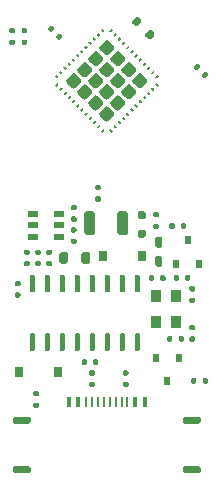
<source format=gtp>
G04 #@! TF.GenerationSoftware,KiCad,Pcbnew,5.1.6*
G04 #@! TF.CreationDate,2020-05-20T03:48:40+02:00*
G04 #@! TF.ProjectId,ESP32_Devkit_TypeC,45535033-325f-4446-9576-6b69745f5479,rev?*
G04 #@! TF.SameCoordinates,Original*
G04 #@! TF.FileFunction,Paste,Top*
G04 #@! TF.FilePolarity,Positive*
%FSLAX46Y46*%
G04 Gerber Fmt 4.6, Leading zero omitted, Abs format (unit mm)*
G04 Created by KiCad (PCBNEW 5.1.6) date 2020-05-20 03:48:40*
%MOMM*%
%LPD*%
G01*
G04 APERTURE LIST*
%ADD10R,0.684000X0.912000*%
%ADD11R,0.912000X1.064000*%
%ADD12R,0.805600X0.494000*%
%ADD13R,0.608000X0.684000*%
%ADD14R,0.456000X0.881600*%
%ADD15R,0.228000X0.881600*%
G04 APERTURE END LIST*
G36*
G01*
X106260800Y-102481100D02*
X106260800Y-102218900D01*
G75*
G02*
X106372900Y-102106800I112100J0D01*
G01*
X106597100Y-102106800D01*
G75*
G02*
X106709200Y-102218900I0J-112100D01*
G01*
X106709200Y-102481100D01*
G75*
G02*
X106597100Y-102593200I-112100J0D01*
G01*
X106372900Y-102593200D01*
G75*
G02*
X106260800Y-102481100I0J112100D01*
G01*
G37*
G36*
G01*
X105290800Y-102481100D02*
X105290800Y-102218900D01*
G75*
G02*
X105402900Y-102106800I112100J0D01*
G01*
X105627100Y-102106800D01*
G75*
G02*
X105739200Y-102218900I0J-112100D01*
G01*
X105739200Y-102481100D01*
G75*
G02*
X105627100Y-102593200I-112100J0D01*
G01*
X105402900Y-102593200D01*
G75*
G02*
X105290800Y-102481100I0J112100D01*
G01*
G37*
G36*
G01*
X99108900Y-99840800D02*
X99371100Y-99840800D01*
G75*
G02*
X99483200Y-99952900I0J-112100D01*
G01*
X99483200Y-100177100D01*
G75*
G02*
X99371100Y-100289200I-112100J0D01*
G01*
X99108900Y-100289200D01*
G75*
G02*
X98996800Y-100177100I0J112100D01*
G01*
X98996800Y-99952900D01*
G75*
G02*
X99108900Y-99840800I112100J0D01*
G01*
G37*
G36*
G01*
X99108900Y-98870800D02*
X99371100Y-98870800D01*
G75*
G02*
X99483200Y-98982900I0J-112100D01*
G01*
X99483200Y-99207100D01*
G75*
G02*
X99371100Y-99319200I-112100J0D01*
G01*
X99108900Y-99319200D01*
G75*
G02*
X98996800Y-99207100I0J112100D01*
G01*
X98996800Y-98982900D01*
G75*
G02*
X99108900Y-98870800I112100J0D01*
G01*
G37*
G36*
G01*
X108110800Y-115591100D02*
X108110800Y-115328900D01*
G75*
G02*
X108222900Y-115216800I112100J0D01*
G01*
X108447100Y-115216800D01*
G75*
G02*
X108559200Y-115328900I0J-112100D01*
G01*
X108559200Y-115591100D01*
G75*
G02*
X108447100Y-115703200I-112100J0D01*
G01*
X108222900Y-115703200D01*
G75*
G02*
X108110800Y-115591100I0J112100D01*
G01*
G37*
G36*
G01*
X107140800Y-115591100D02*
X107140800Y-115328900D01*
G75*
G02*
X107252900Y-115216800I112100J0D01*
G01*
X107477100Y-115216800D01*
G75*
G02*
X107589200Y-115328900I0J-112100D01*
G01*
X107589200Y-115591100D01*
G75*
G02*
X107477100Y-115703200I-112100J0D01*
G01*
X107252900Y-115703200D01*
G75*
G02*
X107140800Y-115591100I0J112100D01*
G01*
G37*
D10*
X95900000Y-114750000D03*
X92600000Y-114750000D03*
G36*
G01*
X104101573Y-90346422D02*
X104168748Y-90279247D01*
G75*
G02*
X104235924Y-90279247I33588J-33588D01*
G01*
X104383709Y-90427032D01*
G75*
G02*
X104383709Y-90494208I-33588J-33588D01*
G01*
X104316534Y-90561383D01*
G75*
G02*
X104249358Y-90561383I-33588J33588D01*
G01*
X104101573Y-90413598D01*
G75*
G02*
X104101573Y-90346422I33588J33588D01*
G01*
G37*
G36*
G01*
X103748019Y-90699976D02*
X103815194Y-90632801D01*
G75*
G02*
X103882370Y-90632801I33588J-33588D01*
G01*
X104030155Y-90780586D01*
G75*
G02*
X104030155Y-90847762I-33588J-33588D01*
G01*
X103962980Y-90914937D01*
G75*
G02*
X103895804Y-90914937I-33588J33588D01*
G01*
X103748019Y-90767152D01*
G75*
G02*
X103748019Y-90699976I33588J33588D01*
G01*
G37*
G36*
G01*
X103394466Y-91053529D02*
X103461641Y-90986354D01*
G75*
G02*
X103528817Y-90986354I33588J-33588D01*
G01*
X103676602Y-91134139D01*
G75*
G02*
X103676602Y-91201315I-33588J-33588D01*
G01*
X103609427Y-91268490D01*
G75*
G02*
X103542251Y-91268490I-33588J33588D01*
G01*
X103394466Y-91120705D01*
G75*
G02*
X103394466Y-91053529I33588J33588D01*
G01*
G37*
G36*
G01*
X103040913Y-91407083D02*
X103108088Y-91339908D01*
G75*
G02*
X103175264Y-91339908I33588J-33588D01*
G01*
X103323049Y-91487693D01*
G75*
G02*
X103323049Y-91554869I-33588J-33588D01*
G01*
X103255874Y-91622044D01*
G75*
G02*
X103188698Y-91622044I-33588J33588D01*
G01*
X103040913Y-91474259D01*
G75*
G02*
X103040913Y-91407083I33588J33588D01*
G01*
G37*
G36*
G01*
X102687359Y-91760636D02*
X102754534Y-91693461D01*
G75*
G02*
X102821710Y-91693461I33588J-33588D01*
G01*
X102969495Y-91841246D01*
G75*
G02*
X102969495Y-91908422I-33588J-33588D01*
G01*
X102902320Y-91975597D01*
G75*
G02*
X102835144Y-91975597I-33588J33588D01*
G01*
X102687359Y-91827812D01*
G75*
G02*
X102687359Y-91760636I33588J33588D01*
G01*
G37*
G36*
G01*
X102333806Y-92114189D02*
X102400981Y-92047014D01*
G75*
G02*
X102468157Y-92047014I33588J-33588D01*
G01*
X102615942Y-92194799D01*
G75*
G02*
X102615942Y-92261975I-33588J-33588D01*
G01*
X102548767Y-92329150D01*
G75*
G02*
X102481591Y-92329150I-33588J33588D01*
G01*
X102333806Y-92181365D01*
G75*
G02*
X102333806Y-92114189I33588J33588D01*
G01*
G37*
G36*
G01*
X101980252Y-92467743D02*
X102047427Y-92400568D01*
G75*
G02*
X102114603Y-92400568I33588J-33588D01*
G01*
X102262388Y-92548353D01*
G75*
G02*
X102262388Y-92615529I-33588J-33588D01*
G01*
X102195213Y-92682704D01*
G75*
G02*
X102128037Y-92682704I-33588J33588D01*
G01*
X101980252Y-92534919D01*
G75*
G02*
X101980252Y-92467743I33588J33588D01*
G01*
G37*
G36*
G01*
X101626699Y-92821296D02*
X101693874Y-92754121D01*
G75*
G02*
X101761050Y-92754121I33588J-33588D01*
G01*
X101908835Y-92901906D01*
G75*
G02*
X101908835Y-92969082I-33588J-33588D01*
G01*
X101841660Y-93036257D01*
G75*
G02*
X101774484Y-93036257I-33588J33588D01*
G01*
X101626699Y-92888472D01*
G75*
G02*
X101626699Y-92821296I33588J33588D01*
G01*
G37*
G36*
G01*
X101273146Y-93174850D02*
X101340321Y-93107675D01*
G75*
G02*
X101407497Y-93107675I33588J-33588D01*
G01*
X101555282Y-93255460D01*
G75*
G02*
X101555282Y-93322636I-33588J-33588D01*
G01*
X101488107Y-93389811D01*
G75*
G02*
X101420931Y-93389811I-33588J33588D01*
G01*
X101273146Y-93242026D01*
G75*
G02*
X101273146Y-93174850I33588J33588D01*
G01*
G37*
G36*
G01*
X100919592Y-93528403D02*
X100986767Y-93461228D01*
G75*
G02*
X101053943Y-93461228I33588J-33588D01*
G01*
X101201728Y-93609013D01*
G75*
G02*
X101201728Y-93676189I-33588J-33588D01*
G01*
X101134553Y-93743364D01*
G75*
G02*
X101067377Y-93743364I-33588J33588D01*
G01*
X100919592Y-93595579D01*
G75*
G02*
X100919592Y-93528403I33588J33588D01*
G01*
G37*
G36*
G01*
X100566039Y-93881956D02*
X100633214Y-93814781D01*
G75*
G02*
X100700390Y-93814781I33588J-33588D01*
G01*
X100848175Y-93962566D01*
G75*
G02*
X100848175Y-94029742I-33588J-33588D01*
G01*
X100781000Y-94096917D01*
G75*
G02*
X100713824Y-94096917I-33588J33588D01*
G01*
X100566039Y-93949132D01*
G75*
G02*
X100566039Y-93881956I33588J33588D01*
G01*
G37*
G36*
G01*
X100212485Y-85830839D02*
X100360270Y-85683053D01*
G75*
G02*
X100427446Y-85683053I33588J-33588D01*
G01*
X100494621Y-85750228D01*
G75*
G02*
X100494621Y-85817404I-33588J-33588D01*
G01*
X100346836Y-85965189D01*
G75*
G02*
X100279660Y-85965189I-33588J33588D01*
G01*
X100212485Y-85898014D01*
G75*
G02*
X100212485Y-85830838I33588J33588D01*
G01*
G37*
G36*
G01*
X100566039Y-86184393D02*
X100713824Y-86036607D01*
G75*
G02*
X100781000Y-86036607I33588J-33588D01*
G01*
X100848175Y-86103782D01*
G75*
G02*
X100848175Y-86170958I-33588J-33588D01*
G01*
X100700390Y-86318743D01*
G75*
G02*
X100633214Y-86318743I-33588J33588D01*
G01*
X100566039Y-86251568D01*
G75*
G02*
X100566039Y-86184392I33588J33588D01*
G01*
G37*
G36*
G01*
X100919592Y-86537946D02*
X101067377Y-86390160D01*
G75*
G02*
X101134553Y-86390160I33588J-33588D01*
G01*
X101201728Y-86457335D01*
G75*
G02*
X101201728Y-86524511I-33588J-33588D01*
G01*
X101053943Y-86672296D01*
G75*
G02*
X100986767Y-86672296I-33588J33588D01*
G01*
X100919592Y-86605121D01*
G75*
G02*
X100919592Y-86537945I33588J33588D01*
G01*
G37*
G36*
G01*
X101273146Y-86891499D02*
X101420931Y-86743713D01*
G75*
G02*
X101488107Y-86743713I33588J-33588D01*
G01*
X101555282Y-86810888D01*
G75*
G02*
X101555282Y-86878064I-33588J-33588D01*
G01*
X101407497Y-87025849D01*
G75*
G02*
X101340321Y-87025849I-33588J33588D01*
G01*
X101273146Y-86958674D01*
G75*
G02*
X101273146Y-86891498I33588J33588D01*
G01*
G37*
G36*
G01*
X101626699Y-87245053D02*
X101774484Y-87097267D01*
G75*
G02*
X101841660Y-87097267I33588J-33588D01*
G01*
X101908835Y-87164442D01*
G75*
G02*
X101908835Y-87231618I-33588J-33588D01*
G01*
X101761050Y-87379403D01*
G75*
G02*
X101693874Y-87379403I-33588J33588D01*
G01*
X101626699Y-87312228D01*
G75*
G02*
X101626699Y-87245052I33588J33588D01*
G01*
G37*
G36*
G01*
X101980252Y-87598606D02*
X102128037Y-87450820D01*
G75*
G02*
X102195213Y-87450820I33588J-33588D01*
G01*
X102262388Y-87517995D01*
G75*
G02*
X102262388Y-87585171I-33588J-33588D01*
G01*
X102114603Y-87732956D01*
G75*
G02*
X102047427Y-87732956I-33588J33588D01*
G01*
X101980252Y-87665781D01*
G75*
G02*
X101980252Y-87598605I33588J33588D01*
G01*
G37*
G36*
G01*
X102333806Y-87952160D02*
X102481591Y-87804374D01*
G75*
G02*
X102548767Y-87804374I33588J-33588D01*
G01*
X102615942Y-87871549D01*
G75*
G02*
X102615942Y-87938725I-33588J-33588D01*
G01*
X102468157Y-88086510D01*
G75*
G02*
X102400981Y-88086510I-33588J33588D01*
G01*
X102333806Y-88019335D01*
G75*
G02*
X102333806Y-87952159I33588J33588D01*
G01*
G37*
G36*
G01*
X102687359Y-88305713D02*
X102835144Y-88157927D01*
G75*
G02*
X102902320Y-88157927I33588J-33588D01*
G01*
X102969495Y-88225102D01*
G75*
G02*
X102969495Y-88292278I-33588J-33588D01*
G01*
X102821710Y-88440063D01*
G75*
G02*
X102754534Y-88440063I-33588J33588D01*
G01*
X102687359Y-88372888D01*
G75*
G02*
X102687359Y-88305712I33588J33588D01*
G01*
G37*
G36*
G01*
X103040913Y-88659266D02*
X103188698Y-88511480D01*
G75*
G02*
X103255874Y-88511480I33588J-33588D01*
G01*
X103323049Y-88578655D01*
G75*
G02*
X103323049Y-88645831I-33588J-33588D01*
G01*
X103175264Y-88793616D01*
G75*
G02*
X103108088Y-88793616I-33588J33588D01*
G01*
X103040913Y-88726441D01*
G75*
G02*
X103040913Y-88659265I33588J33588D01*
G01*
G37*
G36*
G01*
X103394466Y-89012820D02*
X103542251Y-88865034D01*
G75*
G02*
X103609427Y-88865034I33588J-33588D01*
G01*
X103676602Y-88932209D01*
G75*
G02*
X103676602Y-88999385I-33588J-33588D01*
G01*
X103528817Y-89147170D01*
G75*
G02*
X103461641Y-89147170I-33588J33588D01*
G01*
X103394466Y-89079995D01*
G75*
G02*
X103394466Y-89012819I33588J33588D01*
G01*
G37*
G36*
G01*
X103748019Y-89366373D02*
X103895804Y-89218587D01*
G75*
G02*
X103962980Y-89218587I33588J-33588D01*
G01*
X104030155Y-89285762D01*
G75*
G02*
X104030155Y-89352938I-33588J-33588D01*
G01*
X103882370Y-89500723D01*
G75*
G02*
X103815194Y-89500723I-33588J33588D01*
G01*
X103748019Y-89433548D01*
G75*
G02*
X103748019Y-89366372I33588J33588D01*
G01*
G37*
G36*
G01*
X99505379Y-94316121D02*
X99653164Y-94168335D01*
G75*
G02*
X99720340Y-94168335I33588J-33588D01*
G01*
X99787515Y-94235510D01*
G75*
G02*
X99787515Y-94302686I-33588J-33588D01*
G01*
X99639730Y-94450471D01*
G75*
G02*
X99572554Y-94450471I-33588J33588D01*
G01*
X99505379Y-94383296D01*
G75*
G02*
X99505379Y-94316120I33588J33588D01*
G01*
G37*
G36*
G01*
X99151825Y-93962567D02*
X99299610Y-93814781D01*
G75*
G02*
X99366786Y-93814781I33588J-33588D01*
G01*
X99433961Y-93881956D01*
G75*
G02*
X99433961Y-93949132I-33588J-33588D01*
G01*
X99286176Y-94096917D01*
G75*
G02*
X99219000Y-94096917I-33588J33588D01*
G01*
X99151825Y-94029742D01*
G75*
G02*
X99151825Y-93962566I33588J33588D01*
G01*
G37*
G36*
G01*
X98798272Y-93609014D02*
X98946057Y-93461228D01*
G75*
G02*
X99013233Y-93461228I33588J-33588D01*
G01*
X99080408Y-93528403D01*
G75*
G02*
X99080408Y-93595579I-33588J-33588D01*
G01*
X98932623Y-93743364D01*
G75*
G02*
X98865447Y-93743364I-33588J33588D01*
G01*
X98798272Y-93676189D01*
G75*
G02*
X98798272Y-93609013I33588J33588D01*
G01*
G37*
G36*
G01*
X98444718Y-93255461D02*
X98592503Y-93107675D01*
G75*
G02*
X98659679Y-93107675I33588J-33588D01*
G01*
X98726854Y-93174850D01*
G75*
G02*
X98726854Y-93242026I-33588J-33588D01*
G01*
X98579069Y-93389811D01*
G75*
G02*
X98511893Y-93389811I-33588J33588D01*
G01*
X98444718Y-93322636D01*
G75*
G02*
X98444718Y-93255460I33588J33588D01*
G01*
G37*
G36*
G01*
X98091165Y-92901907D02*
X98238950Y-92754121D01*
G75*
G02*
X98306126Y-92754121I33588J-33588D01*
G01*
X98373301Y-92821296D01*
G75*
G02*
X98373301Y-92888472I-33588J-33588D01*
G01*
X98225516Y-93036257D01*
G75*
G02*
X98158340Y-93036257I-33588J33588D01*
G01*
X98091165Y-92969082D01*
G75*
G02*
X98091165Y-92901906I33588J33588D01*
G01*
G37*
G36*
G01*
X97737612Y-92548354D02*
X97885397Y-92400568D01*
G75*
G02*
X97952573Y-92400568I33588J-33588D01*
G01*
X98019748Y-92467743D01*
G75*
G02*
X98019748Y-92534919I-33588J-33588D01*
G01*
X97871963Y-92682704D01*
G75*
G02*
X97804787Y-92682704I-33588J33588D01*
G01*
X97737612Y-92615529D01*
G75*
G02*
X97737612Y-92548353I33588J33588D01*
G01*
G37*
G36*
G01*
X97384058Y-92194800D02*
X97531843Y-92047014D01*
G75*
G02*
X97599019Y-92047014I33588J-33588D01*
G01*
X97666194Y-92114189D01*
G75*
G02*
X97666194Y-92181365I-33588J-33588D01*
G01*
X97518409Y-92329150D01*
G75*
G02*
X97451233Y-92329150I-33588J33588D01*
G01*
X97384058Y-92261975D01*
G75*
G02*
X97384058Y-92194799I33588J33588D01*
G01*
G37*
G36*
G01*
X97030505Y-91841247D02*
X97178290Y-91693461D01*
G75*
G02*
X97245466Y-91693461I33588J-33588D01*
G01*
X97312641Y-91760636D01*
G75*
G02*
X97312641Y-91827812I-33588J-33588D01*
G01*
X97164856Y-91975597D01*
G75*
G02*
X97097680Y-91975597I-33588J33588D01*
G01*
X97030505Y-91908422D01*
G75*
G02*
X97030505Y-91841246I33588J33588D01*
G01*
G37*
G36*
G01*
X96676951Y-91487694D02*
X96824736Y-91339908D01*
G75*
G02*
X96891912Y-91339908I33588J-33588D01*
G01*
X96959087Y-91407083D01*
G75*
G02*
X96959087Y-91474259I-33588J-33588D01*
G01*
X96811302Y-91622044D01*
G75*
G02*
X96744126Y-91622044I-33588J33588D01*
G01*
X96676951Y-91554869D01*
G75*
G02*
X96676951Y-91487693I33588J33588D01*
G01*
G37*
G36*
G01*
X96323398Y-91134140D02*
X96471183Y-90986354D01*
G75*
G02*
X96538359Y-90986354I33588J-33588D01*
G01*
X96605534Y-91053529D01*
G75*
G02*
X96605534Y-91120705I-33588J-33588D01*
G01*
X96457749Y-91268490D01*
G75*
G02*
X96390573Y-91268490I-33588J33588D01*
G01*
X96323398Y-91201315D01*
G75*
G02*
X96323398Y-91134139I33588J33588D01*
G01*
G37*
G36*
G01*
X95969845Y-90780587D02*
X96117630Y-90632801D01*
G75*
G02*
X96184806Y-90632801I33588J-33588D01*
G01*
X96251981Y-90699976D01*
G75*
G02*
X96251981Y-90767152I-33588J-33588D01*
G01*
X96104196Y-90914937D01*
G75*
G02*
X96037020Y-90914937I-33588J33588D01*
G01*
X95969845Y-90847762D01*
G75*
G02*
X95969845Y-90780586I33588J33588D01*
G01*
G37*
G36*
G01*
X95616291Y-89639316D02*
X95683466Y-89572141D01*
G75*
G02*
X95750642Y-89572141I33588J-33588D01*
G01*
X95898427Y-89719926D01*
G75*
G02*
X95898427Y-89787102I-33588J-33588D01*
G01*
X95831252Y-89854277D01*
G75*
G02*
X95764076Y-89854277I-33588J33588D01*
G01*
X95616291Y-89706492D01*
G75*
G02*
X95616291Y-89639316I33588J33588D01*
G01*
G37*
G36*
G01*
X95969845Y-89285762D02*
X96037020Y-89218587D01*
G75*
G02*
X96104196Y-89218587I33588J-33588D01*
G01*
X96251981Y-89366372D01*
G75*
G02*
X96251981Y-89433548I-33588J-33588D01*
G01*
X96184806Y-89500723D01*
G75*
G02*
X96117630Y-89500723I-33588J33588D01*
G01*
X95969845Y-89352938D01*
G75*
G02*
X95969845Y-89285762I33588J33588D01*
G01*
G37*
G36*
G01*
X96323398Y-88932209D02*
X96390573Y-88865034D01*
G75*
G02*
X96457749Y-88865034I33588J-33588D01*
G01*
X96605534Y-89012819D01*
G75*
G02*
X96605534Y-89079995I-33588J-33588D01*
G01*
X96538359Y-89147170D01*
G75*
G02*
X96471183Y-89147170I-33588J33588D01*
G01*
X96323398Y-88999385D01*
G75*
G02*
X96323398Y-88932209I33588J33588D01*
G01*
G37*
G36*
G01*
X96676951Y-88578655D02*
X96744126Y-88511480D01*
G75*
G02*
X96811302Y-88511480I33588J-33588D01*
G01*
X96959087Y-88659265D01*
G75*
G02*
X96959087Y-88726441I-33588J-33588D01*
G01*
X96891912Y-88793616D01*
G75*
G02*
X96824736Y-88793616I-33588J33588D01*
G01*
X96676951Y-88645831D01*
G75*
G02*
X96676951Y-88578655I33588J33588D01*
G01*
G37*
G36*
G01*
X97030505Y-88225102D02*
X97097680Y-88157927D01*
G75*
G02*
X97164856Y-88157927I33588J-33588D01*
G01*
X97312641Y-88305712D01*
G75*
G02*
X97312641Y-88372888I-33588J-33588D01*
G01*
X97245466Y-88440063D01*
G75*
G02*
X97178290Y-88440063I-33588J33588D01*
G01*
X97030505Y-88292278D01*
G75*
G02*
X97030505Y-88225102I33588J33588D01*
G01*
G37*
G36*
G01*
X97384058Y-87871549D02*
X97451233Y-87804374D01*
G75*
G02*
X97518409Y-87804374I33588J-33588D01*
G01*
X97666194Y-87952159D01*
G75*
G02*
X97666194Y-88019335I-33588J-33588D01*
G01*
X97599019Y-88086510D01*
G75*
G02*
X97531843Y-88086510I-33588J33588D01*
G01*
X97384058Y-87938725D01*
G75*
G02*
X97384058Y-87871549I33588J33588D01*
G01*
G37*
G36*
G01*
X97737612Y-87517995D02*
X97804787Y-87450820D01*
G75*
G02*
X97871963Y-87450820I33588J-33588D01*
G01*
X98019748Y-87598605D01*
G75*
G02*
X98019748Y-87665781I-33588J-33588D01*
G01*
X97952573Y-87732956D01*
G75*
G02*
X97885397Y-87732956I-33588J33588D01*
G01*
X97737612Y-87585171D01*
G75*
G02*
X97737612Y-87517995I33588J33588D01*
G01*
G37*
G36*
G01*
X98091165Y-87164442D02*
X98158340Y-87097267D01*
G75*
G02*
X98225516Y-87097267I33588J-33588D01*
G01*
X98373301Y-87245052D01*
G75*
G02*
X98373301Y-87312228I-33588J-33588D01*
G01*
X98306126Y-87379403D01*
G75*
G02*
X98238950Y-87379403I-33588J33588D01*
G01*
X98091165Y-87231618D01*
G75*
G02*
X98091165Y-87164442I33588J33588D01*
G01*
G37*
G36*
G01*
X98444718Y-86810888D02*
X98511893Y-86743713D01*
G75*
G02*
X98579069Y-86743713I33588J-33588D01*
G01*
X98726854Y-86891498D01*
G75*
G02*
X98726854Y-86958674I-33588J-33588D01*
G01*
X98659679Y-87025849D01*
G75*
G02*
X98592503Y-87025849I-33588J33588D01*
G01*
X98444718Y-86878064D01*
G75*
G02*
X98444718Y-86810888I33588J33588D01*
G01*
G37*
G36*
G01*
X98798272Y-86457335D02*
X98865447Y-86390160D01*
G75*
G02*
X98932623Y-86390160I33588J-33588D01*
G01*
X99080408Y-86537945D01*
G75*
G02*
X99080408Y-86605121I-33588J-33588D01*
G01*
X99013233Y-86672296D01*
G75*
G02*
X98946057Y-86672296I-33588J33588D01*
G01*
X98798272Y-86524511D01*
G75*
G02*
X98798272Y-86457335I33588J33588D01*
G01*
G37*
G36*
G01*
X99151825Y-86103782D02*
X99219000Y-86036607D01*
G75*
G02*
X99286176Y-86036607I33588J-33588D01*
G01*
X99433961Y-86184392D01*
G75*
G02*
X99433961Y-86251568I-33588J-33588D01*
G01*
X99366786Y-86318743D01*
G75*
G02*
X99299610Y-86318743I-33588J33588D01*
G01*
X99151825Y-86170958D01*
G75*
G02*
X99151825Y-86103782I33588J33588D01*
G01*
G37*
G36*
G01*
X99505379Y-85750228D02*
X99572554Y-85683053D01*
G75*
G02*
X99639730Y-85683053I33588J-33588D01*
G01*
X99787515Y-85830838D01*
G75*
G02*
X99787515Y-85898014I-33588J-33588D01*
G01*
X99720340Y-85965189D01*
G75*
G02*
X99653164Y-85965189I-33588J33588D01*
G01*
X99505379Y-85817404D01*
G75*
G02*
X99505379Y-85750228I33588J33588D01*
G01*
G37*
G36*
G01*
X95616291Y-90427033D02*
X95764076Y-90279247D01*
G75*
G02*
X95831252Y-90279247I33588J-33588D01*
G01*
X95898427Y-90346422D01*
G75*
G02*
X95898427Y-90413598I-33588J-33588D01*
G01*
X95750642Y-90561383D01*
G75*
G02*
X95683466Y-90561383I-33588J33588D01*
G01*
X95616291Y-90494208D01*
G75*
G02*
X95616291Y-90427032I33588J33588D01*
G01*
G37*
G36*
G01*
X100212485Y-94235510D02*
X100279660Y-94168335D01*
G75*
G02*
X100346836Y-94168335I33588J-33588D01*
G01*
X100494621Y-94316120D01*
G75*
G02*
X100494621Y-94383296I-33588J-33588D01*
G01*
X100427446Y-94450471D01*
G75*
G02*
X100360270Y-94450471I-33588J33588D01*
G01*
X100212485Y-94302686D01*
G75*
G02*
X100212485Y-94235510I33588J33588D01*
G01*
G37*
G36*
G01*
X104101573Y-89719927D02*
X104249358Y-89572141D01*
G75*
G02*
X104316534Y-89572141I33588J-33588D01*
G01*
X104383709Y-89639316D01*
G75*
G02*
X104383709Y-89706492I-33588J-33588D01*
G01*
X104235924Y-89854277D01*
G75*
G02*
X104168748Y-89854277I-33588J33588D01*
G01*
X104101573Y-89787102D01*
G75*
G02*
X104101573Y-89719926I33588J33588D01*
G01*
G37*
G36*
G01*
X99420172Y-87089842D02*
X99823223Y-86686791D01*
G75*
G02*
X100176777Y-86686791I176777J-176777D01*
G01*
X100579828Y-87089842D01*
G75*
G02*
X100579828Y-87443396I-176777J-176777D01*
G01*
X100176777Y-87846447D01*
G75*
G02*
X99823223Y-87846447I-176777J176777D01*
G01*
X99420172Y-87443396D01*
G75*
G02*
X99420172Y-87089842I176777J176777D01*
G01*
G37*
G36*
G01*
X98486791Y-88023223D02*
X98889842Y-87620172D01*
G75*
G02*
X99243396Y-87620172I176777J-176777D01*
G01*
X99646447Y-88023223D01*
G75*
G02*
X99646447Y-88376777I-176777J-176777D01*
G01*
X99243396Y-88779828D01*
G75*
G02*
X98889842Y-88779828I-176777J176777D01*
G01*
X98486791Y-88376777D01*
G75*
G02*
X98486791Y-88023223I176777J176777D01*
G01*
G37*
G36*
G01*
X97553410Y-88956604D02*
X97956461Y-88553553D01*
G75*
G02*
X98310015Y-88553553I176777J-176777D01*
G01*
X98713066Y-88956604D01*
G75*
G02*
X98713066Y-89310158I-176777J-176777D01*
G01*
X98310015Y-89713209D01*
G75*
G02*
X97956461Y-89713209I-176777J176777D01*
G01*
X97553410Y-89310158D01*
G75*
G02*
X97553410Y-88956604I176777J176777D01*
G01*
G37*
G36*
G01*
X96620029Y-89889985D02*
X97023080Y-89486934D01*
G75*
G02*
X97376634Y-89486934I176777J-176777D01*
G01*
X97779685Y-89889985D01*
G75*
G02*
X97779685Y-90243539I-176777J-176777D01*
G01*
X97376634Y-90646590D01*
G75*
G02*
X97023080Y-90646590I-176777J176777D01*
G01*
X96620029Y-90243539D01*
G75*
G02*
X96620029Y-89889985I176777J176777D01*
G01*
G37*
G36*
G01*
X100353553Y-88023223D02*
X100756604Y-87620172D01*
G75*
G02*
X101110158Y-87620172I176777J-176777D01*
G01*
X101513209Y-88023223D01*
G75*
G02*
X101513209Y-88376777I-176777J-176777D01*
G01*
X101110158Y-88779828D01*
G75*
G02*
X100756604Y-88779828I-176777J176777D01*
G01*
X100353553Y-88376777D01*
G75*
G02*
X100353553Y-88023223I176777J176777D01*
G01*
G37*
G36*
G01*
X99420172Y-88956604D02*
X99823223Y-88553553D01*
G75*
G02*
X100176777Y-88553553I176777J-176777D01*
G01*
X100579828Y-88956604D01*
G75*
G02*
X100579828Y-89310158I-176777J-176777D01*
G01*
X100176777Y-89713209D01*
G75*
G02*
X99823223Y-89713209I-176777J176777D01*
G01*
X99420172Y-89310158D01*
G75*
G02*
X99420172Y-88956604I176777J176777D01*
G01*
G37*
G36*
G01*
X98486791Y-89889985D02*
X98889842Y-89486934D01*
G75*
G02*
X99243396Y-89486934I176777J-176777D01*
G01*
X99646447Y-89889985D01*
G75*
G02*
X99646447Y-90243539I-176777J-176777D01*
G01*
X99243396Y-90646590D01*
G75*
G02*
X98889842Y-90646590I-176777J176777D01*
G01*
X98486791Y-90243539D01*
G75*
G02*
X98486791Y-89889985I176777J176777D01*
G01*
G37*
G36*
G01*
X97553410Y-90823366D02*
X97956461Y-90420315D01*
G75*
G02*
X98310015Y-90420315I176777J-176777D01*
G01*
X98713066Y-90823366D01*
G75*
G02*
X98713066Y-91176920I-176777J-176777D01*
G01*
X98310015Y-91579971D01*
G75*
G02*
X97956461Y-91579971I-176777J176777D01*
G01*
X97553410Y-91176920D01*
G75*
G02*
X97553410Y-90823366I176777J176777D01*
G01*
G37*
G36*
G01*
X101286934Y-88956604D02*
X101689985Y-88553553D01*
G75*
G02*
X102043539Y-88553553I176777J-176777D01*
G01*
X102446590Y-88956604D01*
G75*
G02*
X102446590Y-89310158I-176777J-176777D01*
G01*
X102043539Y-89713209D01*
G75*
G02*
X101689985Y-89713209I-176777J176777D01*
G01*
X101286934Y-89310158D01*
G75*
G02*
X101286934Y-88956604I176777J176777D01*
G01*
G37*
G36*
G01*
X100353553Y-89889985D02*
X100756604Y-89486934D01*
G75*
G02*
X101110158Y-89486934I176777J-176777D01*
G01*
X101513209Y-89889985D01*
G75*
G02*
X101513209Y-90243539I-176777J-176777D01*
G01*
X101110158Y-90646590D01*
G75*
G02*
X100756604Y-90646590I-176777J176777D01*
G01*
X100353553Y-90243539D01*
G75*
G02*
X100353553Y-89889985I176777J176777D01*
G01*
G37*
G36*
G01*
X99420172Y-90823366D02*
X99823223Y-90420315D01*
G75*
G02*
X100176777Y-90420315I176777J-176777D01*
G01*
X100579828Y-90823366D01*
G75*
G02*
X100579828Y-91176920I-176777J-176777D01*
G01*
X100176777Y-91579971D01*
G75*
G02*
X99823223Y-91579971I-176777J176777D01*
G01*
X99420172Y-91176920D01*
G75*
G02*
X99420172Y-90823366I176777J176777D01*
G01*
G37*
G36*
G01*
X98486791Y-91756747D02*
X98889842Y-91353696D01*
G75*
G02*
X99243396Y-91353696I176777J-176777D01*
G01*
X99646447Y-91756747D01*
G75*
G02*
X99646447Y-92110301I-176777J-176777D01*
G01*
X99243396Y-92513352D01*
G75*
G02*
X98889842Y-92513352I-176777J176777D01*
G01*
X98486791Y-92110301D01*
G75*
G02*
X98486791Y-91756747I176777J176777D01*
G01*
G37*
G36*
G01*
X102220315Y-89889985D02*
X102623366Y-89486934D01*
G75*
G02*
X102976920Y-89486934I176777J-176777D01*
G01*
X103379971Y-89889985D01*
G75*
G02*
X103379971Y-90243539I-176777J-176777D01*
G01*
X102976920Y-90646590D01*
G75*
G02*
X102623366Y-90646590I-176777J176777D01*
G01*
X102220315Y-90243539D01*
G75*
G02*
X102220315Y-89889985I176777J176777D01*
G01*
G37*
G36*
G01*
X101286934Y-90823366D02*
X101689985Y-90420315D01*
G75*
G02*
X102043539Y-90420315I176777J-176777D01*
G01*
X102446590Y-90823366D01*
G75*
G02*
X102446590Y-91176920I-176777J-176777D01*
G01*
X102043539Y-91579971D01*
G75*
G02*
X101689985Y-91579971I-176777J176777D01*
G01*
X101286934Y-91176920D01*
G75*
G02*
X101286934Y-90823366I176777J176777D01*
G01*
G37*
G36*
G01*
X100353553Y-91756747D02*
X100756604Y-91353696D01*
G75*
G02*
X101110158Y-91353696I176777J-176777D01*
G01*
X101513209Y-91756747D01*
G75*
G02*
X101513209Y-92110301I-176777J-176777D01*
G01*
X101110158Y-92513352D01*
G75*
G02*
X100756604Y-92513352I-176777J176777D01*
G01*
X100353553Y-92110301D01*
G75*
G02*
X100353553Y-91756747I176777J176777D01*
G01*
G37*
G36*
G01*
X99420172Y-92690128D02*
X99823223Y-92287077D01*
G75*
G02*
X100176777Y-92287077I176777J-176777D01*
G01*
X100579828Y-92690128D01*
G75*
G02*
X100579828Y-93043682I-176777J-176777D01*
G01*
X100176777Y-93446733D01*
G75*
G02*
X99823223Y-93446733I-176777J176777D01*
G01*
X99420172Y-93043682D01*
G75*
G02*
X99420172Y-92690128I176777J176777D01*
G01*
G37*
D11*
X105890000Y-108240000D03*
X105890000Y-110440000D03*
X104190000Y-110440000D03*
X104190000Y-108240000D03*
G36*
G01*
X93799000Y-107976000D02*
X93571000Y-107976000D01*
G75*
G02*
X93457000Y-107862000I0J114000D01*
G01*
X93457000Y-106608000D01*
G75*
G02*
X93571000Y-106494000I114000J0D01*
G01*
X93799000Y-106494000D01*
G75*
G02*
X93913000Y-106608000I0J-114000D01*
G01*
X93913000Y-107862000D01*
G75*
G02*
X93799000Y-107976000I-114000J0D01*
G01*
G37*
G36*
G01*
X95069000Y-107976000D02*
X94841000Y-107976000D01*
G75*
G02*
X94727000Y-107862000I0J114000D01*
G01*
X94727000Y-106608000D01*
G75*
G02*
X94841000Y-106494000I114000J0D01*
G01*
X95069000Y-106494000D01*
G75*
G02*
X95183000Y-106608000I0J-114000D01*
G01*
X95183000Y-107862000D01*
G75*
G02*
X95069000Y-107976000I-114000J0D01*
G01*
G37*
G36*
G01*
X96339000Y-107976000D02*
X96111000Y-107976000D01*
G75*
G02*
X95997000Y-107862000I0J114000D01*
G01*
X95997000Y-106608000D01*
G75*
G02*
X96111000Y-106494000I114000J0D01*
G01*
X96339000Y-106494000D01*
G75*
G02*
X96453000Y-106608000I0J-114000D01*
G01*
X96453000Y-107862000D01*
G75*
G02*
X96339000Y-107976000I-114000J0D01*
G01*
G37*
G36*
G01*
X97609000Y-107976000D02*
X97381000Y-107976000D01*
G75*
G02*
X97267000Y-107862000I0J114000D01*
G01*
X97267000Y-106608000D01*
G75*
G02*
X97381000Y-106494000I114000J0D01*
G01*
X97609000Y-106494000D01*
G75*
G02*
X97723000Y-106608000I0J-114000D01*
G01*
X97723000Y-107862000D01*
G75*
G02*
X97609000Y-107976000I-114000J0D01*
G01*
G37*
G36*
G01*
X98879000Y-107976000D02*
X98651000Y-107976000D01*
G75*
G02*
X98537000Y-107862000I0J114000D01*
G01*
X98537000Y-106608000D01*
G75*
G02*
X98651000Y-106494000I114000J0D01*
G01*
X98879000Y-106494000D01*
G75*
G02*
X98993000Y-106608000I0J-114000D01*
G01*
X98993000Y-107862000D01*
G75*
G02*
X98879000Y-107976000I-114000J0D01*
G01*
G37*
G36*
G01*
X100149000Y-107976000D02*
X99921000Y-107976000D01*
G75*
G02*
X99807000Y-107862000I0J114000D01*
G01*
X99807000Y-106608000D01*
G75*
G02*
X99921000Y-106494000I114000J0D01*
G01*
X100149000Y-106494000D01*
G75*
G02*
X100263000Y-106608000I0J-114000D01*
G01*
X100263000Y-107862000D01*
G75*
G02*
X100149000Y-107976000I-114000J0D01*
G01*
G37*
G36*
G01*
X101419000Y-107976000D02*
X101191000Y-107976000D01*
G75*
G02*
X101077000Y-107862000I0J114000D01*
G01*
X101077000Y-106608000D01*
G75*
G02*
X101191000Y-106494000I114000J0D01*
G01*
X101419000Y-106494000D01*
G75*
G02*
X101533000Y-106608000I0J-114000D01*
G01*
X101533000Y-107862000D01*
G75*
G02*
X101419000Y-107976000I-114000J0D01*
G01*
G37*
G36*
G01*
X102689000Y-107976000D02*
X102461000Y-107976000D01*
G75*
G02*
X102347000Y-107862000I0J114000D01*
G01*
X102347000Y-106608000D01*
G75*
G02*
X102461000Y-106494000I114000J0D01*
G01*
X102689000Y-106494000D01*
G75*
G02*
X102803000Y-106608000I0J-114000D01*
G01*
X102803000Y-107862000D01*
G75*
G02*
X102689000Y-107976000I-114000J0D01*
G01*
G37*
G36*
G01*
X102689000Y-112926000D02*
X102461000Y-112926000D01*
G75*
G02*
X102347000Y-112812000I0J114000D01*
G01*
X102347000Y-111558000D01*
G75*
G02*
X102461000Y-111444000I114000J0D01*
G01*
X102689000Y-111444000D01*
G75*
G02*
X102803000Y-111558000I0J-114000D01*
G01*
X102803000Y-112812000D01*
G75*
G02*
X102689000Y-112926000I-114000J0D01*
G01*
G37*
G36*
G01*
X101419000Y-112926000D02*
X101191000Y-112926000D01*
G75*
G02*
X101077000Y-112812000I0J114000D01*
G01*
X101077000Y-111558000D01*
G75*
G02*
X101191000Y-111444000I114000J0D01*
G01*
X101419000Y-111444000D01*
G75*
G02*
X101533000Y-111558000I0J-114000D01*
G01*
X101533000Y-112812000D01*
G75*
G02*
X101419000Y-112926000I-114000J0D01*
G01*
G37*
G36*
G01*
X100149000Y-112926000D02*
X99921000Y-112926000D01*
G75*
G02*
X99807000Y-112812000I0J114000D01*
G01*
X99807000Y-111558000D01*
G75*
G02*
X99921000Y-111444000I114000J0D01*
G01*
X100149000Y-111444000D01*
G75*
G02*
X100263000Y-111558000I0J-114000D01*
G01*
X100263000Y-112812000D01*
G75*
G02*
X100149000Y-112926000I-114000J0D01*
G01*
G37*
G36*
G01*
X98879000Y-112926000D02*
X98651000Y-112926000D01*
G75*
G02*
X98537000Y-112812000I0J114000D01*
G01*
X98537000Y-111558000D01*
G75*
G02*
X98651000Y-111444000I114000J0D01*
G01*
X98879000Y-111444000D01*
G75*
G02*
X98993000Y-111558000I0J-114000D01*
G01*
X98993000Y-112812000D01*
G75*
G02*
X98879000Y-112926000I-114000J0D01*
G01*
G37*
G36*
G01*
X97609000Y-112926000D02*
X97381000Y-112926000D01*
G75*
G02*
X97267000Y-112812000I0J114000D01*
G01*
X97267000Y-111558000D01*
G75*
G02*
X97381000Y-111444000I114000J0D01*
G01*
X97609000Y-111444000D01*
G75*
G02*
X97723000Y-111558000I0J-114000D01*
G01*
X97723000Y-112812000D01*
G75*
G02*
X97609000Y-112926000I-114000J0D01*
G01*
G37*
G36*
G01*
X96339000Y-112926000D02*
X96111000Y-112926000D01*
G75*
G02*
X95997000Y-112812000I0J114000D01*
G01*
X95997000Y-111558000D01*
G75*
G02*
X96111000Y-111444000I114000J0D01*
G01*
X96339000Y-111444000D01*
G75*
G02*
X96453000Y-111558000I0J-114000D01*
G01*
X96453000Y-112812000D01*
G75*
G02*
X96339000Y-112926000I-114000J0D01*
G01*
G37*
G36*
G01*
X95069000Y-112926000D02*
X94841000Y-112926000D01*
G75*
G02*
X94727000Y-112812000I0J114000D01*
G01*
X94727000Y-111558000D01*
G75*
G02*
X94841000Y-111444000I114000J0D01*
G01*
X95069000Y-111444000D01*
G75*
G02*
X95183000Y-111558000I0J-114000D01*
G01*
X95183000Y-112812000D01*
G75*
G02*
X95069000Y-112926000I-114000J0D01*
G01*
G37*
G36*
G01*
X93799000Y-112926000D02*
X93571000Y-112926000D01*
G75*
G02*
X93457000Y-112812000I0J114000D01*
G01*
X93457000Y-111558000D01*
G75*
G02*
X93571000Y-111444000I114000J0D01*
G01*
X93799000Y-111444000D01*
G75*
G02*
X93913000Y-111558000I0J-114000D01*
G01*
X93913000Y-112812000D01*
G75*
G02*
X93799000Y-112926000I-114000J0D01*
G01*
G37*
D12*
X95920000Y-102307000D03*
X95920000Y-101357000D03*
X95920000Y-103257000D03*
X93720000Y-103257000D03*
X93720000Y-102307000D03*
X93720000Y-101357000D03*
G36*
G01*
X106592000Y-118496000D02*
X107808000Y-118496000D01*
G75*
G02*
X107960000Y-118648000I0J-152000D01*
G01*
X107960000Y-118952000D01*
G75*
G02*
X107808000Y-119104000I-152000J0D01*
G01*
X106592000Y-119104000D01*
G75*
G02*
X106440000Y-118952000I0J152000D01*
G01*
X106440000Y-118648000D01*
G75*
G02*
X106592000Y-118496000I152000J0D01*
G01*
G37*
G36*
G01*
X106592000Y-122696000D02*
X107808000Y-122696000D01*
G75*
G02*
X107960000Y-122848000I0J-152000D01*
G01*
X107960000Y-123152000D01*
G75*
G02*
X107808000Y-123304000I-152000J0D01*
G01*
X106592000Y-123304000D01*
G75*
G02*
X106440000Y-123152000I0J152000D01*
G01*
X106440000Y-122848000D01*
G75*
G02*
X106592000Y-122696000I152000J0D01*
G01*
G37*
G36*
G01*
X92192000Y-118496000D02*
X93408000Y-118496000D01*
G75*
G02*
X93560000Y-118648000I0J-152000D01*
G01*
X93560000Y-118952000D01*
G75*
G02*
X93408000Y-119104000I-152000J0D01*
G01*
X92192000Y-119104000D01*
G75*
G02*
X92040000Y-118952000I0J152000D01*
G01*
X92040000Y-118648000D01*
G75*
G02*
X92192000Y-118496000I152000J0D01*
G01*
G37*
G36*
G01*
X92192000Y-122696000D02*
X93408000Y-122696000D01*
G75*
G02*
X93560000Y-122848000I0J-152000D01*
G01*
X93560000Y-123152000D01*
G75*
G02*
X93408000Y-123304000I-152000J0D01*
G01*
X92192000Y-123304000D01*
G75*
G02*
X92040000Y-123152000I0J152000D01*
G01*
X92040000Y-122848000D01*
G75*
G02*
X92192000Y-122696000I152000J0D01*
G01*
G37*
G36*
G01*
X93154100Y-86047200D02*
X92891900Y-86047200D01*
G75*
G02*
X92779800Y-85935100I0J112100D01*
G01*
X92779800Y-85710900D01*
G75*
G02*
X92891900Y-85598800I112100J0D01*
G01*
X93154100Y-85598800D01*
G75*
G02*
X93266200Y-85710900I0J-112100D01*
G01*
X93266200Y-85935100D01*
G75*
G02*
X93154100Y-86047200I-112100J0D01*
G01*
G37*
G36*
G01*
X93154100Y-87017200D02*
X92891900Y-87017200D01*
G75*
G02*
X92779800Y-86905100I0J112100D01*
G01*
X92779800Y-86680900D01*
G75*
G02*
X92891900Y-86568800I112100J0D01*
G01*
X93154100Y-86568800D01*
G75*
G02*
X93266200Y-86680900I0J-112100D01*
G01*
X93266200Y-86905100D01*
G75*
G02*
X93154100Y-87017200I-112100J0D01*
G01*
G37*
G36*
G01*
X104038900Y-102152800D02*
X104301100Y-102152800D01*
G75*
G02*
X104413200Y-102264900I0J-112100D01*
G01*
X104413200Y-102489100D01*
G75*
G02*
X104301100Y-102601200I-112100J0D01*
G01*
X104038900Y-102601200D01*
G75*
G02*
X103926800Y-102489100I0J112100D01*
G01*
X103926800Y-102264900D01*
G75*
G02*
X104038900Y-102152800I112100J0D01*
G01*
G37*
G36*
G01*
X104038900Y-101182800D02*
X104301100Y-101182800D01*
G75*
G02*
X104413200Y-101294900I0J-112100D01*
G01*
X104413200Y-101519100D01*
G75*
G02*
X104301100Y-101631200I-112100J0D01*
G01*
X104038900Y-101631200D01*
G75*
G02*
X103926800Y-101519100I0J112100D01*
G01*
X103926800Y-101294900D01*
G75*
G02*
X104038900Y-101182800I112100J0D01*
G01*
G37*
G36*
G01*
X107097900Y-108419800D02*
X107360100Y-108419800D01*
G75*
G02*
X107472200Y-108531900I0J-112100D01*
G01*
X107472200Y-108756100D01*
G75*
G02*
X107360100Y-108868200I-112100J0D01*
G01*
X107097900Y-108868200D01*
G75*
G02*
X106985800Y-108756100I0J112100D01*
G01*
X106985800Y-108531900D01*
G75*
G02*
X107097900Y-108419800I112100J0D01*
G01*
G37*
G36*
G01*
X107097900Y-107449800D02*
X107360100Y-107449800D01*
G75*
G02*
X107472200Y-107561900I0J-112100D01*
G01*
X107472200Y-107786100D01*
G75*
G02*
X107360100Y-107898200I-112100J0D01*
G01*
X107097900Y-107898200D01*
G75*
G02*
X106985800Y-107786100I0J112100D01*
G01*
X106985800Y-107561900D01*
G75*
G02*
X107097900Y-107449800I112100J0D01*
G01*
G37*
G36*
G01*
X107362100Y-111181200D02*
X107099900Y-111181200D01*
G75*
G02*
X106987800Y-111069100I0J112100D01*
G01*
X106987800Y-110844900D01*
G75*
G02*
X107099900Y-110732800I112100J0D01*
G01*
X107362100Y-110732800D01*
G75*
G02*
X107474200Y-110844900I0J-112100D01*
G01*
X107474200Y-111069100D01*
G75*
G02*
X107362100Y-111181200I-112100J0D01*
G01*
G37*
G36*
G01*
X107362100Y-112151200D02*
X107099900Y-112151200D01*
G75*
G02*
X106987800Y-112039100I0J112100D01*
G01*
X106987800Y-111814900D01*
G75*
G02*
X107099900Y-111702800I112100J0D01*
G01*
X107362100Y-111702800D01*
G75*
G02*
X107474200Y-111814900I0J-112100D01*
G01*
X107474200Y-112039100D01*
G75*
G02*
X107362100Y-112151200I-112100J0D01*
G01*
G37*
G36*
G01*
X93093900Y-105317800D02*
X93356100Y-105317800D01*
G75*
G02*
X93468200Y-105429900I0J-112100D01*
G01*
X93468200Y-105654100D01*
G75*
G02*
X93356100Y-105766200I-112100J0D01*
G01*
X93093900Y-105766200D01*
G75*
G02*
X92981800Y-105654100I0J112100D01*
G01*
X92981800Y-105429900D01*
G75*
G02*
X93093900Y-105317800I112100J0D01*
G01*
G37*
G36*
G01*
X93093900Y-104347800D02*
X93356100Y-104347800D01*
G75*
G02*
X93468200Y-104459900I0J-112100D01*
G01*
X93468200Y-104684100D01*
G75*
G02*
X93356100Y-104796200I-112100J0D01*
G01*
X93093900Y-104796200D01*
G75*
G02*
X92981800Y-104684100I0J112100D01*
G01*
X92981800Y-104459900D01*
G75*
G02*
X93093900Y-104347800I112100J0D01*
G01*
G37*
G36*
G01*
X95256100Y-104796200D02*
X94993900Y-104796200D01*
G75*
G02*
X94881800Y-104684100I0J112100D01*
G01*
X94881800Y-104459900D01*
G75*
G02*
X94993900Y-104347800I112100J0D01*
G01*
X95256100Y-104347800D01*
G75*
G02*
X95368200Y-104459900I0J-112100D01*
G01*
X95368200Y-104684100D01*
G75*
G02*
X95256100Y-104796200I-112100J0D01*
G01*
G37*
G36*
G01*
X95256100Y-105766200D02*
X94993900Y-105766200D01*
G75*
G02*
X94881800Y-105654100I0J112100D01*
G01*
X94881800Y-105429900D01*
G75*
G02*
X94993900Y-105317800I112100J0D01*
G01*
X95256100Y-105317800D01*
G75*
G02*
X95368200Y-105429900I0J-112100D01*
G01*
X95368200Y-105654100D01*
G75*
G02*
X95256100Y-105766200I-112100J0D01*
G01*
G37*
G36*
G01*
X108066765Y-89509168D02*
X108252168Y-89323765D01*
G75*
G02*
X108410702Y-89323765I79267J-79267D01*
G01*
X108569235Y-89482298D01*
G75*
G02*
X108569235Y-89640832I-79267J-79267D01*
G01*
X108383832Y-89826235D01*
G75*
G02*
X108225298Y-89826235I-79267J79267D01*
G01*
X108066765Y-89667702D01*
G75*
G02*
X108066765Y-89509168I79267J79267D01*
G01*
G37*
G36*
G01*
X107380871Y-88823274D02*
X107566274Y-88637871D01*
G75*
G02*
X107724808Y-88637871I79267J-79267D01*
G01*
X107883341Y-88796404D01*
G75*
G02*
X107883341Y-88954938I-79267J-79267D01*
G01*
X107697938Y-89140341D01*
G75*
G02*
X107539404Y-89140341I-79267J79267D01*
G01*
X107380871Y-88981808D01*
G75*
G02*
X107380871Y-88823274I79267J79267D01*
G01*
G37*
G36*
G01*
X101468900Y-115540800D02*
X101731100Y-115540800D01*
G75*
G02*
X101843200Y-115652900I0J-112100D01*
G01*
X101843200Y-115877100D01*
G75*
G02*
X101731100Y-115989200I-112100J0D01*
G01*
X101468900Y-115989200D01*
G75*
G02*
X101356800Y-115877100I0J112100D01*
G01*
X101356800Y-115652900D01*
G75*
G02*
X101468900Y-115540800I112100J0D01*
G01*
G37*
G36*
G01*
X101468900Y-114570800D02*
X101731100Y-114570800D01*
G75*
G02*
X101843200Y-114682900I0J-112100D01*
G01*
X101843200Y-114907100D01*
G75*
G02*
X101731100Y-115019200I-112100J0D01*
G01*
X101468900Y-115019200D01*
G75*
G02*
X101356800Y-114907100I0J112100D01*
G01*
X101356800Y-114682900D01*
G75*
G02*
X101468900Y-114570800I112100J0D01*
G01*
G37*
G36*
G01*
X98881100Y-115019200D02*
X98618900Y-115019200D01*
G75*
G02*
X98506800Y-114907100I0J112100D01*
G01*
X98506800Y-114682900D01*
G75*
G02*
X98618900Y-114570800I112100J0D01*
G01*
X98881100Y-114570800D01*
G75*
G02*
X98993200Y-114682900I0J-112100D01*
G01*
X98993200Y-114907100D01*
G75*
G02*
X98881100Y-115019200I-112100J0D01*
G01*
G37*
G36*
G01*
X98881100Y-115989200D02*
X98618900Y-115989200D01*
G75*
G02*
X98506800Y-115877100I0J112100D01*
G01*
X98506800Y-115652900D01*
G75*
G02*
X98618900Y-115540800I112100J0D01*
G01*
X98881100Y-115540800D01*
G75*
G02*
X98993200Y-115652900I0J-112100D01*
G01*
X98993200Y-115877100D01*
G75*
G02*
X98881100Y-115989200I-112100J0D01*
G01*
G37*
G36*
G01*
X97067900Y-103433800D02*
X97330100Y-103433800D01*
G75*
G02*
X97442200Y-103545900I0J-112100D01*
G01*
X97442200Y-103770100D01*
G75*
G02*
X97330100Y-103882200I-112100J0D01*
G01*
X97067900Y-103882200D01*
G75*
G02*
X96955800Y-103770100I0J112100D01*
G01*
X96955800Y-103545900D01*
G75*
G02*
X97067900Y-103433800I112100J0D01*
G01*
G37*
G36*
G01*
X97067900Y-102463800D02*
X97330100Y-102463800D01*
G75*
G02*
X97442200Y-102575900I0J-112100D01*
G01*
X97442200Y-102800100D01*
G75*
G02*
X97330100Y-102912200I-112100J0D01*
G01*
X97067900Y-102912200D01*
G75*
G02*
X96955800Y-102800100I0J112100D01*
G01*
X96955800Y-102575900D01*
G75*
G02*
X97067900Y-102463800I112100J0D01*
G01*
G37*
D13*
X106841000Y-103542000D03*
X107791000Y-105542000D03*
X105891000Y-105542000D03*
X105137000Y-115491000D03*
X104187000Y-113491000D03*
X106087000Y-113491000D03*
G36*
G01*
X100877000Y-102935000D02*
X100877000Y-101301000D01*
G75*
G02*
X101067000Y-101111000I190000J0D01*
G01*
X101637000Y-101111000D01*
G75*
G02*
X101827000Y-101301000I0J-190000D01*
G01*
X101827000Y-102935000D01*
G75*
G02*
X101637000Y-103125000I-190000J0D01*
G01*
X101067000Y-103125000D01*
G75*
G02*
X100877000Y-102935000I0J190000D01*
G01*
G37*
G36*
G01*
X98077000Y-102935000D02*
X98077000Y-101301000D01*
G75*
G02*
X98267000Y-101111000I190000J0D01*
G01*
X98837000Y-101111000D01*
G75*
G02*
X99027000Y-101301000I0J-190000D01*
G01*
X99027000Y-102935000D01*
G75*
G02*
X98837000Y-103125000I-190000J0D01*
G01*
X98267000Y-103125000D01*
G75*
G02*
X98077000Y-102935000I0J190000D01*
G01*
G37*
D14*
X103200000Y-117290000D03*
X102400000Y-117290000D03*
X103200000Y-117290000D03*
X102400000Y-117290000D03*
X96800000Y-117290000D03*
X96800000Y-117290000D03*
X97600000Y-117290000D03*
X97600000Y-117290000D03*
D15*
X101750000Y-117290000D03*
X100750000Y-117290000D03*
X101250000Y-117290000D03*
X98750000Y-117290000D03*
X98250000Y-117290000D03*
X100250000Y-117290000D03*
X99750000Y-117290000D03*
X99250000Y-117290000D03*
G36*
G01*
X104551500Y-104175000D02*
X104228500Y-104175000D01*
G75*
G02*
X104067000Y-104013500I0J161500D01*
G01*
X104067000Y-103405500D01*
G75*
G02*
X104228500Y-103244000I161500J0D01*
G01*
X104551500Y-103244000D01*
G75*
G02*
X104713000Y-103405500I0J-161500D01*
G01*
X104713000Y-104013500D01*
G75*
G02*
X104551500Y-104175000I-161500J0D01*
G01*
G37*
G36*
G01*
X104551500Y-105800000D02*
X104228500Y-105800000D01*
G75*
G02*
X104067000Y-105638500I0J161500D01*
G01*
X104067000Y-105030500D01*
G75*
G02*
X104228500Y-104869000I161500J0D01*
G01*
X104551500Y-104869000D01*
G75*
G02*
X104713000Y-105030500I0J-161500D01*
G01*
X104713000Y-105638500D01*
G75*
G02*
X104551500Y-105800000I-161500J0D01*
G01*
G37*
D10*
X102975000Y-104857000D03*
X99675000Y-104857000D03*
G36*
G01*
X95731712Y-86257115D02*
X95917115Y-86071712D01*
G75*
G02*
X96075649Y-86071712I79267J-79267D01*
G01*
X96234182Y-86230245D01*
G75*
G02*
X96234182Y-86388779I-79267J-79267D01*
G01*
X96048779Y-86574182D01*
G75*
G02*
X95890245Y-86574182I-79267J79267D01*
G01*
X95731712Y-86415649D01*
G75*
G02*
X95731712Y-86257115I79267J79267D01*
G01*
G37*
G36*
G01*
X95045818Y-85571221D02*
X95231221Y-85385818D01*
G75*
G02*
X95389755Y-85385818I79267J-79267D01*
G01*
X95548288Y-85544351D01*
G75*
G02*
X95548288Y-85702885I-79267J-79267D01*
G01*
X95362885Y-85888288D01*
G75*
G02*
X95204351Y-85888288I-79267J79267D01*
G01*
X95045818Y-85729755D01*
G75*
G02*
X95045818Y-85571221I79267J79267D01*
G01*
G37*
G36*
G01*
X103274025Y-86069443D02*
X103549443Y-85794024D01*
G75*
G02*
X103784557Y-85794024I117557J-117557D01*
G01*
X104019670Y-86029137D01*
G75*
G02*
X104019670Y-86264251I-117557J-117557D01*
G01*
X103744251Y-86539670D01*
G75*
G02*
X103509137Y-86539670I-117557J117557D01*
G01*
X103274024Y-86304557D01*
G75*
G02*
X103274024Y-86069443I117557J117557D01*
G01*
G37*
G36*
G01*
X102160331Y-84955749D02*
X102435749Y-84680330D01*
G75*
G02*
X102670863Y-84680330I117557J-117557D01*
G01*
X102905976Y-84915443D01*
G75*
G02*
X102905976Y-85150557I-117557J-117557D01*
G01*
X102630557Y-85425976D01*
G75*
G02*
X102395443Y-85425976I-117557J117557D01*
G01*
X102160330Y-85190863D01*
G75*
G02*
X102160330Y-84955749I117557J117557D01*
G01*
G37*
G36*
G01*
X92112100Y-86043200D02*
X91849900Y-86043200D01*
G75*
G02*
X91737800Y-85931100I0J112100D01*
G01*
X91737800Y-85706900D01*
G75*
G02*
X91849900Y-85594800I112100J0D01*
G01*
X92112100Y-85594800D01*
G75*
G02*
X92224200Y-85706900I0J-112100D01*
G01*
X92224200Y-85931100D01*
G75*
G02*
X92112100Y-86043200I-112100J0D01*
G01*
G37*
G36*
G01*
X92112100Y-87013200D02*
X91849900Y-87013200D01*
G75*
G02*
X91737800Y-86901100I0J112100D01*
G01*
X91737800Y-86676900D01*
G75*
G02*
X91849900Y-86564800I112100J0D01*
G01*
X92112100Y-86564800D01*
G75*
G02*
X92224200Y-86676900I0J-112100D01*
G01*
X92224200Y-86901100D01*
G75*
G02*
X92112100Y-87013200I-112100J0D01*
G01*
G37*
G36*
G01*
X106625800Y-106876100D02*
X106625800Y-106613900D01*
G75*
G02*
X106737900Y-106501800I112100J0D01*
G01*
X106962100Y-106501800D01*
G75*
G02*
X107074200Y-106613900I0J-112100D01*
G01*
X107074200Y-106876100D01*
G75*
G02*
X106962100Y-106988200I-112100J0D01*
G01*
X106737900Y-106988200D01*
G75*
G02*
X106625800Y-106876100I0J112100D01*
G01*
G37*
G36*
G01*
X105655800Y-106876100D02*
X105655800Y-106613900D01*
G75*
G02*
X105767900Y-106501800I112100J0D01*
G01*
X105992100Y-106501800D01*
G75*
G02*
X106104200Y-106613900I0J-112100D01*
G01*
X106104200Y-106876100D01*
G75*
G02*
X105992100Y-106988200I-112100J0D01*
G01*
X105767900Y-106988200D01*
G75*
G02*
X105655800Y-106876100I0J112100D01*
G01*
G37*
G36*
G01*
X93886900Y-117298800D02*
X94149100Y-117298800D01*
G75*
G02*
X94261200Y-117410900I0J-112100D01*
G01*
X94261200Y-117635100D01*
G75*
G02*
X94149100Y-117747200I-112100J0D01*
G01*
X93886900Y-117747200D01*
G75*
G02*
X93774800Y-117635100I0J112100D01*
G01*
X93774800Y-117410900D01*
G75*
G02*
X93886900Y-117298800I112100J0D01*
G01*
G37*
G36*
G01*
X93886900Y-116328800D02*
X94149100Y-116328800D01*
G75*
G02*
X94261200Y-116440900I0J-112100D01*
G01*
X94261200Y-116665100D01*
G75*
G02*
X94149100Y-116777200I-112100J0D01*
G01*
X93886900Y-116777200D01*
G75*
G02*
X93774800Y-116665100I0J112100D01*
G01*
X93774800Y-116440900D01*
G75*
G02*
X93886900Y-116328800I112100J0D01*
G01*
G37*
G36*
G01*
X94306100Y-104796200D02*
X94043900Y-104796200D01*
G75*
G02*
X93931800Y-104684100I0J112100D01*
G01*
X93931800Y-104459900D01*
G75*
G02*
X94043900Y-104347800I112100J0D01*
G01*
X94306100Y-104347800D01*
G75*
G02*
X94418200Y-104459900I0J-112100D01*
G01*
X94418200Y-104684100D01*
G75*
G02*
X94306100Y-104796200I-112100J0D01*
G01*
G37*
G36*
G01*
X94306100Y-105766200D02*
X94043900Y-105766200D01*
G75*
G02*
X93931800Y-105654100I0J112100D01*
G01*
X93931800Y-105429900D01*
G75*
G02*
X94043900Y-105317800I112100J0D01*
G01*
X94306100Y-105317800D01*
G75*
G02*
X94418200Y-105429900I0J-112100D01*
G01*
X94418200Y-105654100D01*
G75*
G02*
X94306100Y-105766200I-112100J0D01*
G01*
G37*
G36*
G01*
X103157750Y-101765000D02*
X102768250Y-101765000D01*
G75*
G02*
X102602000Y-101598750I0J166250D01*
G01*
X102602000Y-101266250D01*
G75*
G02*
X102768250Y-101100000I166250J0D01*
G01*
X103157750Y-101100000D01*
G75*
G02*
X103324000Y-101266250I0J-166250D01*
G01*
X103324000Y-101598750D01*
G75*
G02*
X103157750Y-101765000I-166250J0D01*
G01*
G37*
G36*
G01*
X103157750Y-103340000D02*
X102768250Y-103340000D01*
G75*
G02*
X102602000Y-103173750I0J166250D01*
G01*
X102602000Y-102841250D01*
G75*
G02*
X102768250Y-102675000I166250J0D01*
G01*
X103157750Y-102675000D01*
G75*
G02*
X103324000Y-102841250I0J-166250D01*
G01*
X103324000Y-103173750D01*
G75*
G02*
X103157750Y-103340000I-166250J0D01*
G01*
G37*
G36*
G01*
X92581100Y-107459200D02*
X92318900Y-107459200D01*
G75*
G02*
X92206800Y-107347100I0J112100D01*
G01*
X92206800Y-107122900D01*
G75*
G02*
X92318900Y-107010800I112100J0D01*
G01*
X92581100Y-107010800D01*
G75*
G02*
X92693200Y-107122900I0J-112100D01*
G01*
X92693200Y-107347100D01*
G75*
G02*
X92581100Y-107459200I-112100J0D01*
G01*
G37*
G36*
G01*
X92581100Y-108429200D02*
X92318900Y-108429200D01*
G75*
G02*
X92206800Y-108317100I0J112100D01*
G01*
X92206800Y-108092900D01*
G75*
G02*
X92318900Y-107980800I112100J0D01*
G01*
X92581100Y-107980800D01*
G75*
G02*
X92693200Y-108092900I0J-112100D01*
G01*
X92693200Y-108317100D01*
G75*
G02*
X92581100Y-108429200I-112100J0D01*
G01*
G37*
G36*
G01*
X98840800Y-114011100D02*
X98840800Y-113748900D01*
G75*
G02*
X98952900Y-113636800I112100J0D01*
G01*
X99177100Y-113636800D01*
G75*
G02*
X99289200Y-113748900I0J-112100D01*
G01*
X99289200Y-114011100D01*
G75*
G02*
X99177100Y-114123200I-112100J0D01*
G01*
X98952900Y-114123200D01*
G75*
G02*
X98840800Y-114011100I0J112100D01*
G01*
G37*
G36*
G01*
X97870800Y-114011100D02*
X97870800Y-113748900D01*
G75*
G02*
X97982900Y-113636800I112100J0D01*
G01*
X98207100Y-113636800D01*
G75*
G02*
X98319200Y-113748900I0J-112100D01*
G01*
X98319200Y-114011100D01*
G75*
G02*
X98207100Y-114123200I-112100J0D01*
G01*
X97982900Y-114123200D01*
G75*
G02*
X97870800Y-114011100I0J112100D01*
G01*
G37*
G36*
G01*
X105549200Y-111778900D02*
X105549200Y-112041100D01*
G75*
G02*
X105437100Y-112153200I-112100J0D01*
G01*
X105212900Y-112153200D01*
G75*
G02*
X105100800Y-112041100I0J112100D01*
G01*
X105100800Y-111778900D01*
G75*
G02*
X105212900Y-111666800I112100J0D01*
G01*
X105437100Y-111666800D01*
G75*
G02*
X105549200Y-111778900I0J-112100D01*
G01*
G37*
G36*
G01*
X106519200Y-111778900D02*
X106519200Y-112041100D01*
G75*
G02*
X106407100Y-112153200I-112100J0D01*
G01*
X106182900Y-112153200D01*
G75*
G02*
X106070800Y-112041100I0J112100D01*
G01*
X106070800Y-111778900D01*
G75*
G02*
X106182900Y-111666800I112100J0D01*
G01*
X106407100Y-111666800D01*
G75*
G02*
X106519200Y-111778900I0J-112100D01*
G01*
G37*
G36*
G01*
X96708000Y-104710250D02*
X96708000Y-105403750D01*
G75*
G02*
X96522750Y-105589000I-185250J0D01*
G01*
X96152250Y-105589000D01*
G75*
G02*
X95967000Y-105403750I0J185250D01*
G01*
X95967000Y-104710250D01*
G75*
G02*
X96152250Y-104525000I185250J0D01*
G01*
X96522750Y-104525000D01*
G75*
G02*
X96708000Y-104710250I0J-185250D01*
G01*
G37*
G36*
G01*
X98583000Y-104710250D02*
X98583000Y-105403750D01*
G75*
G02*
X98397750Y-105589000I-185250J0D01*
G01*
X98027250Y-105589000D01*
G75*
G02*
X97842000Y-105403750I0J185250D01*
G01*
X97842000Y-104710250D01*
G75*
G02*
X98027250Y-104525000I185250J0D01*
G01*
X98397750Y-104525000D01*
G75*
G02*
X98583000Y-104710250I0J-185250D01*
G01*
G37*
G36*
G01*
X104520800Y-106901100D02*
X104520800Y-106638900D01*
G75*
G02*
X104632900Y-106526800I112100J0D01*
G01*
X104857100Y-106526800D01*
G75*
G02*
X104969200Y-106638900I0J-112100D01*
G01*
X104969200Y-106901100D01*
G75*
G02*
X104857100Y-107013200I-112100J0D01*
G01*
X104632900Y-107013200D01*
G75*
G02*
X104520800Y-106901100I0J112100D01*
G01*
G37*
G36*
G01*
X103550800Y-106901100D02*
X103550800Y-106638900D01*
G75*
G02*
X103662900Y-106526800I112100J0D01*
G01*
X103887100Y-106526800D01*
G75*
G02*
X103999200Y-106638900I0J-112100D01*
G01*
X103999200Y-106901100D01*
G75*
G02*
X103887100Y-107013200I-112100J0D01*
G01*
X103662900Y-107013200D01*
G75*
G02*
X103550800Y-106901100I0J112100D01*
G01*
G37*
G36*
G01*
X97331100Y-101021200D02*
X97068900Y-101021200D01*
G75*
G02*
X96956800Y-100909100I0J112100D01*
G01*
X96956800Y-100684900D01*
G75*
G02*
X97068900Y-100572800I112100J0D01*
G01*
X97331100Y-100572800D01*
G75*
G02*
X97443200Y-100684900I0J-112100D01*
G01*
X97443200Y-100909100D01*
G75*
G02*
X97331100Y-101021200I-112100J0D01*
G01*
G37*
G36*
G01*
X97331100Y-101991200D02*
X97068900Y-101991200D01*
G75*
G02*
X96956800Y-101879100I0J112100D01*
G01*
X96956800Y-101654900D01*
G75*
G02*
X97068900Y-101542800I112100J0D01*
G01*
X97331100Y-101542800D01*
G75*
G02*
X97443200Y-101654900I0J-112100D01*
G01*
X97443200Y-101879100D01*
G75*
G02*
X97331100Y-101991200I-112100J0D01*
G01*
G37*
M02*

</source>
